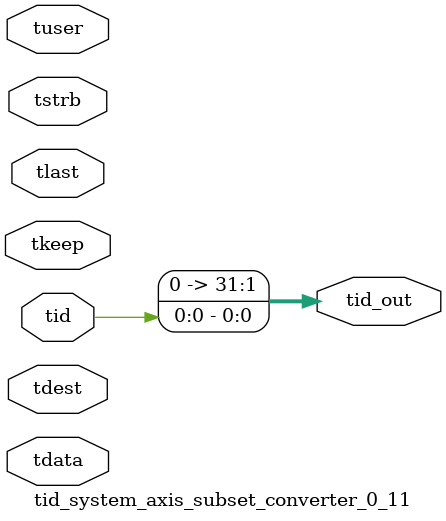
<source format=v>


`timescale 1ps/1ps

module tid_system_axis_subset_converter_0_11 #
(
parameter C_S_AXIS_TID_WIDTH   = 1,
parameter C_S_AXIS_TUSER_WIDTH = 0,
parameter C_S_AXIS_TDATA_WIDTH = 0,
parameter C_S_AXIS_TDEST_WIDTH = 0,
parameter C_M_AXIS_TID_WIDTH   = 32
)
(
input  [(C_S_AXIS_TID_WIDTH   == 0 ? 1 : C_S_AXIS_TID_WIDTH)-1:0       ] tid,
input  [(C_S_AXIS_TDATA_WIDTH == 0 ? 1 : C_S_AXIS_TDATA_WIDTH)-1:0     ] tdata,
input  [(C_S_AXIS_TUSER_WIDTH == 0 ? 1 : C_S_AXIS_TUSER_WIDTH)-1:0     ] tuser,
input  [(C_S_AXIS_TDEST_WIDTH == 0 ? 1 : C_S_AXIS_TDEST_WIDTH)-1:0     ] tdest,
input  [(C_S_AXIS_TDATA_WIDTH/8)-1:0 ] tkeep,
input  [(C_S_AXIS_TDATA_WIDTH/8)-1:0 ] tstrb,
input                                                                    tlast,
output [(C_M_AXIS_TID_WIDTH   == 0 ? 1 : C_M_AXIS_TID_WIDTH)-1:0       ] tid_out
);

assign tid_out = {tid[0:0]};

endmodule


</source>
